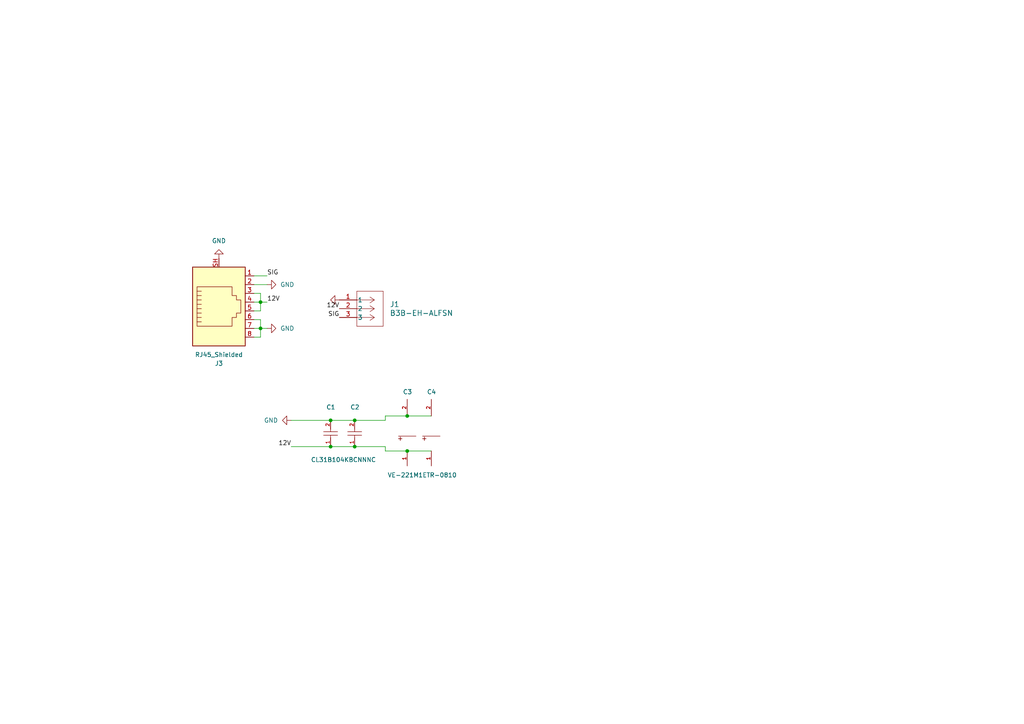
<source format=kicad_sch>
(kicad_sch (version 20230121) (generator eeschema)
  (paper "A4")
  (lib_symbols
    (symbol "2024-07-26_12-54-22:B3B-EH-ALFSN" (pin_names (offset 0.254))
      (property "Reference" "J" (at 8.89 6.35 0))
      (property "Value" "B3B-EH-ALFSN" (at 0 0 0))
      (symbol "B3B-EH-ALFSN_1_1"
        (polyline (pts (xy 5.08 -7.62) (xy 12.7 -7.62)) (stroke (width 0.127)))
        (polyline (pts (xy 5.08 2.54) (xy 5.08 -7.62)) (stroke (width 0.127)))
        (polyline (pts (xy 10.16 -5.08) (xy 5.08 -5.08)) (stroke (width 0.127)))
        (polyline (pts (xy 10.16 -5.08) (xy 8.89 -5.9267)) (stroke (width 0.127)))
        (polyline (pts (xy 10.16 -5.08) (xy 8.89 -4.2333)) (stroke (width 0.127)))
        (polyline (pts (xy 10.16 -2.54) (xy 5.08 -2.54)) (stroke (width 0.127)))
        (polyline (pts (xy 10.16 -2.54) (xy 8.89 -3.3867)) (stroke (width 0.127)))
        (polyline (pts (xy 10.16 -2.54) (xy 8.89 -1.6933)) (stroke (width 0.127)))
        (polyline (pts (xy 10.16 0) (xy 5.08 0)) (stroke (width 0.127)))
        (polyline (pts (xy 10.16 0) (xy 8.89 -0.8467)) (stroke (width 0.127)))
        (polyline (pts (xy 10.16 0) (xy 8.89 0.8467)) (stroke (width 0.127)))
        (polyline (pts (xy 12.7 -7.62) (xy 12.7 2.54)) (stroke (width 0.127)))
        (polyline (pts (xy 12.7 2.54) (xy 5.08 2.54)) (stroke (width 0.127)))
        (pin unspecified line (at 0 0 0) (length 5.08) (name "1") (number "1"))
        (pin unspecified line (at 0 -2.54 0) (length 5.08) (name "2") (number "2"))
        (pin unspecified line (at 0 -5.08 0) (length 5.08) (name "3") (number "3"))
      )
      (symbol "B3B-EH-ALFSN_1_2"
        (polyline (pts (xy 5.08 -7.62) (xy 12.7 -7.62)) (stroke (width 0.127)))
        (polyline (pts (xy 5.08 2.54) (xy 5.08 -7.62)) (stroke (width 0.127)))
        (polyline (pts (xy 7.62 -5.08) (xy 5.08 -5.08)) (stroke (width 0.127)))
        (polyline (pts (xy 7.62 -5.08) (xy 8.89 -5.9267)) (stroke (width 0.127)))
        (polyline (pts (xy 7.62 -5.08) (xy 8.89 -4.2333)) (stroke (width 0.127)))
        (polyline (pts (xy 7.62 -2.54) (xy 5.08 -2.54)) (stroke (width 0.127)))
        (polyline (pts (xy 7.62 -2.54) (xy 8.89 -3.3867)) (stroke (width 0.127)))
        (polyline (pts (xy 7.62 -2.54) (xy 8.89 -1.6933)) (stroke (width 0.127)))
        (polyline (pts (xy 7.62 0) (xy 5.08 0)) (stroke (width 0.127)))
        (polyline (pts (xy 7.62 0) (xy 8.89 -0.8467)) (stroke (width 0.127)))
        (polyline (pts (xy 7.62 0) (xy 8.89 0.8467)) (stroke (width 0.127)))
        (polyline (pts (xy 12.7 -7.62) (xy 12.7 2.54)) (stroke (width 0.127)))
        (polyline (pts (xy 12.7 2.54) (xy 5.08 2.54)) (stroke (width 0.127)))
        (pin unspecified line (at 0 0 0) (length 5.08) (name "1") (number "1"))
        (pin unspecified line (at 0 -2.54 0) (length 5.08) (name "2") (number "2"))
        (pin unspecified line (at 0 -5.08 0) (length 5.08) (name "3") (number "3"))
      )
    )
    (symbol "CL31B104KBCNNNC:CL31B104KBCNNNC" (pin_names hide)
      (property "Reference" "C" (at 0 1.27 0))
      (property "Value" "CL31B104KBCNNNC" (at 0 -2.54 0))
      (symbol "CL31B104KBCNNNC_0_1"
        (polyline (pts (xy -1.27 0) (xy -0.508 0)))
        (polyline (pts (xy -0.508 2.032) (xy -0.508 -2.032)))
        (polyline (pts (xy 0.508 0) (xy 1.27 0)))
        (polyline (pts (xy 0.508 2.032) (xy 0.508 -2.032)))
        (pin input line (at -3.81 0 0) (length 2.54) (name "1") (number "1"))
        (pin input line (at 3.81 0 180) (length 2.54) (name "2") (number "2"))
      )
    )
    (symbol "Connector:RJ45_Shielded" (pin_names (offset 1.016))
      (property "Reference" "J" (at -5.08 13.97 0))
      (property "Value" "RJ45_Shielded" (at 2.54 13.97 0))
      (symbol "RJ45_Shielded_0_1"
        (polyline (pts (xy -5.08 4.445) (xy -6.35 4.445)))
        (polyline (pts (xy -5.08 5.715) (xy -6.35 5.715)))
        (polyline (pts (xy -6.35 -3.175) (xy -5.08 -3.175) (xy -5.08 -3.175)))
        (polyline (pts (xy -6.35 -1.905) (xy -5.08 -1.905) (xy -5.08 -1.905)))
        (polyline (pts (xy -6.35 -0.635) (xy -5.08 -0.635) (xy -5.08 -0.635)))
        (polyline (pts (xy -6.35 0.635) (xy -5.08 0.635) (xy -5.08 0.635)))
        (polyline (pts (xy -6.35 1.905) (xy -5.08 1.905) (xy -5.08 1.905)))
        (polyline (pts (xy -5.08 3.175) (xy -6.35 3.175) (xy -6.35 3.175)))
        (polyline (pts (xy -6.35 -4.445) (xy -6.35 6.985) (xy 3.81 6.985) (xy 3.81 4.445) (xy 5.08 4.445) (xy 5.08 3.175) (xy 6.35 3.175) (xy 6.35 -0.635) (xy 5.08 -0.635) (xy 5.08 -1.905) (xy 3.81 -1.905) (xy 3.81 -4.445) (xy -6.35 -4.445) (xy -6.35 -4.445)))
        (rectangle (start 7.62 12.7) (end -7.62 -10.16) (stroke (width 0.254)) (fill (type background)))
      )
      (symbol "RJ45_Shielded_1_1"
        (pin passive line (at 10.16 -7.62 180) (length 2.54) (name "~") (number "1"))
        (pin passive line (at 10.16 -5.08 180) (length 2.54) (name "~") (number "2"))
        (pin passive line (at 10.16 -2.54 180) (length 2.54) (name "~") (number "3"))
        (pin passive line (at 10.16 0 180) (length 2.54) (name "~") (number "4"))
        (pin passive line (at 10.16 2.54 180) (length 2.54) (name "~") (number "5"))
        (pin passive line (at 10.16 5.08 180) (length 2.54) (name "~") (number "6"))
        (pin passive line (at 10.16 7.62 180) (length 2.54) (name "~") (number "7"))
        (pin passive line (at 10.16 10.16 180) (length 2.54) (name "~") (number "8"))
        (pin passive line (at 0 -12.7 90) (length 2.54) (name "~") (number "SH"))
      )
    )
    (symbol "VE-221M1ETR-0810:VE-221M1ETR-0810" (pin_names hide)
      (property "Reference" "C" (at 0 1.27 0))
      (property "Value" "VE-221M1ETR-0810" (at 0 -2.54 0))
      (symbol "VE-221M1ETR-0810_0_1"
        (rectangle (start -2.54 1.524) (end -1.524 1.4986) (fill (type background)))
        (rectangle (start -2.032 2.032) (end -2.0066 1.016) (fill (type background)))
        (polyline (pts (xy -2.54 0.762) (xy 2.54 0.762)))
        (pin unspecified line (at 0 5.08 90) (length 4.318) (name "1") (number "1"))
        (pin unspecified line (at 0 -5.08 270) (length 4.826) (name "2") (number "2"))
      )
    )
    (symbol "power:GND" (power) (pin_names (offset 0))
      (property "Value" "GND" (at 0 -3.81 0))
      (symbol "GND_0_1"
        (polyline (pts (xy 0 0) (xy 0 -1.27) (xy 1.27 -1.27) (xy 0 -2.54) (xy -1.27 -1.27) (xy 0 -1.27)))
      )
      (symbol "GND_1_1"
        (pin power_in line (at 0 0 270) (length 0) hide (name "GND") (number "1"))
      )
    )
  )
  (junction (at 95.885 121.92))
  (junction (at 75.565 95.25))
  (junction (at 102.87 121.92))
  (junction (at 75.565 87.63))
  (junction (at 95.885 129.54))
  (junction (at 118.11 130.81))
  (junction (at 118.11 120.65))
  (junction (at 102.87 129.54))
  (wire (pts (xy 75.565 90.17) (xy 73.66 90.17)))
  (wire (pts (xy 73.66 92.71) (xy 75.565 92.71)))
  (wire (pts (xy 73.66 85.09) (xy 75.565 85.09)))
  (wire (pts (xy 73.66 95.25) (xy 75.565 95.25)))
  (wire (pts (xy 95.885 129.54) (xy 102.87 129.54)))
  (wire (pts (xy 102.87 129.54) (xy 111.76 129.54)))
  (wire (pts (xy 73.66 82.55) (xy 77.47 82.55)))
  (wire (pts (xy 111.76 130.81) (xy 118.11 130.81)))
  (wire (pts (xy 73.66 87.63) (xy 75.565 87.63)))
  (wire (pts (xy 75.565 95.25) (xy 77.47 95.25)))
  (wire (pts (xy 73.66 80.01) (xy 77.47 80.01)))
  (wire (pts (xy 118.11 130.81) (xy 125.095 130.81)))
  (wire (pts (xy 75.565 85.09) (xy 75.565 87.63)))
  (wire (pts (xy 75.565 87.63) (xy 75.565 90.17)))
  (wire (pts (xy 118.11 120.65) (xy 125.095 120.65)))
  (wire (pts (xy 111.76 120.65) (xy 118.11 120.65)))
  (wire (pts (xy 95.885 121.92) (xy 102.87 121.92)))
  (wire (pts (xy 102.87 121.92) (xy 111.76 121.92)))
  (wire (pts (xy 75.565 92.71) (xy 75.565 95.25)))
  (wire (pts (xy 75.565 95.25) (xy 75.565 97.79)))
  (wire (pts (xy 111.76 121.92) (xy 111.76 120.65)))
  (wire (pts (xy 84.455 121.92) (xy 95.885 121.92)))
  (wire (pts (xy 75.565 87.63) (xy 77.47 87.63)))
  (wire (pts (xy 73.66 97.79) (xy 75.565 97.79)))
  (wire (pts (xy 111.76 129.54) (xy 111.76 130.81)))
  (wire (pts (xy 84.455 129.54) (xy 95.885 129.54)))
  (label "12V" (at 77.47 87.63 0))
  (label "SIG" (at 98.425 92.075 180))
  (label "12V" (at 84.455 129.54 180))
  (label "12V" (at 98.425 89.535 180))
  (label "SIG" (at 77.47 80.01 0))
  (symbol (lib_id "power:GND") (at 98.425 86.995 270) (unit 1)
    (property "Reference" "#PWR05" (effects hide))
    (property "Value" "GND" (effects hide))
  )
  (symbol (lib_id "Connector:RJ45_Shielded") (at 63.5 87.63 0) (mirror x) (unit 1)
    (property "Reference" "J3" (at 63.5 105.41 0))
    (property "Value" "RJ45_Shielded" (at 63.5 102.87 0))
    (property "Footprint" "Clockdiv-KiCad:RJ45_Conrad_1586526" (effects hide))
  )
  (symbol (lib_id "VE-221M1ETR-0810:VE-221M1ETR-0810") (at 118.11 125.73 0) (mirror x) (unit 1)
    (property "Reference" "C3" (at 116.84 113.665 0) (effects (justify left)))
    (property "Value" "VE-221M1ETR-0810" (at 112.395 137.795 0) (effects (justify left)))
    (property "Footprint" "footprint:CAP-SMD_BD8.0-L8.3-W8.3-RD" (effects hide))
    (property "Datasheet" "https://item.szlcsc.com/245644.html" (effects hide))
    (property "LCSC" "C127967" (effects hide))
  )
  (symbol (lib_id "power:GND") (at 77.47 95.25 90) (mirror x) (unit 1)
    (property "Reference" "#PWR04" (effects hide))
    (property "Value" "GND" (at 81.28 95.25 90) (effects (justify right)))
  )
  (symbol (lib_id "VE-221M1ETR-0810:VE-221M1ETR-0810") (at 125.095 125.73 0) (mirror x) (unit 1)
    (property "Reference" "C4" (at 123.825 113.665 0) (effects (justify left)))
    (property "Value" "VE-221M1ETR-0810" (effects hide))
    (property "Footprint" "footprint:CAP-SMD_BD8.0-L8.3-W8.3-RD" (effects hide))
    (property "Datasheet" "https://item.szlcsc.com/245644.html" (effects hide))
    (property "LCSC" "C127967" (effects hide))
  )
  (symbol (lib_id "power:GND") (at 84.455 121.92 270) (unit 1)
    (property "Reference" "#PWR02" (effects hide))
    (property "Value" "GND" (at 80.645 121.92 90) (effects (justify right)))
  )
  (symbol (lib_id "2024-07-26_12-54-22:B3B-EH-ALFSN") (at 98.425 86.995 0) (unit 1)
    (property "Reference" "J1" (at 113.03 88.265 0) (effects (font (size 1.524 1.524)) (justify left)))
    (property "Value" "B3B-EH-ALFSN" (at 113.03 90.805 0) (effects (font (size 1.524 1.524)) (justify left)))
    (property "Footprint" "CONN3_B3B-EH-ALFSN_JST" (effects hide))
    (property "Datasheet" "B3B-EH-ALFSN" (effects hide))
  )
  (symbol (lib_id "power:GND") (at 77.47 82.55 90) (mirror x) (unit 1)
    (property "Reference" "#PWR03" (effects hide))
    (property "Value" "GND" (at 81.28 82.55 90) (effects (justify right)))
  )
  (symbol (lib_id "CL31B104KBCNNNC:CL31B104KBCNNNC") (at 95.885 125.73 90) (unit 1)
    (property "Reference" "C1" (at 94.615 118.11 90) (effects (justify right)))
    (property "Value" "CL31B104KBCNNNC" (at 90.17 133.35 90) (effects (justify right)))
    (property "Footprint" "footprint:C1206" (effects hide))
    (property "Datasheet" "https://item.szlcsc.com/89171.html" (effects hide))
    (property "LCSC" "C24497" (effects hide))
  )
  (symbol (lib_id "CL31B104KBCNNNC:CL31B104KBCNNNC") (at 102.87 125.73 90) (unit 1)
    (property "Reference" "C2" (at 101.6 118.11 90) (effects (justify right)))
    (property "Value" "CL31B104KBCNNNC" (effects hide))
    (property "Footprint" "footprint:C1206" (effects hide))
    (property "Datasheet" "https://item.szlcsc.com/89171.html" (effects hide))
    (property "LCSC" "C24497" (effects hide))
  )
  (symbol (lib_id "power:GND") (at 63.5 74.93 180) (unit 1)
    (property "Reference" "#PWR01" (effects hide))
    (property "Value" "GND" (at 63.5 69.85 0))
  )
)
</source>
